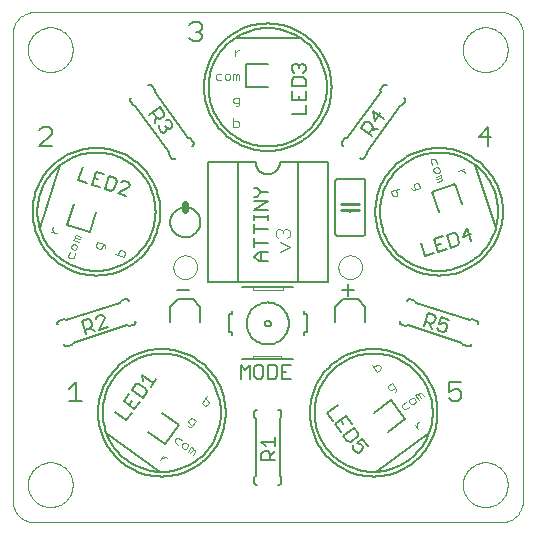
<source format=gto>
G75*
G70*
%OFA0B0*%
%FSLAX24Y24*%
%IPPOS*%
%LPD*%
%AMOC8*
5,1,8,0,0,1.08239X$1,22.5*
%
%ADD10C,0.0000*%
%ADD11C,0.0040*%
%ADD12C,0.0060*%
%ADD13C,0.0050*%
%ADD14C,0.0030*%
%ADD15C,0.0020*%
%ADD16C,0.0080*%
%ADD17C,0.0070*%
%ADD18C,0.0100*%
%ADD19C,0.0240*%
D10*
X000150Y000857D02*
X000150Y016443D01*
X000152Y016493D01*
X000157Y016544D01*
X000166Y016593D01*
X000179Y016642D01*
X000195Y016690D01*
X000214Y016737D01*
X000236Y016782D01*
X000262Y016825D01*
X000291Y016867D01*
X000323Y016906D01*
X000357Y016943D01*
X000394Y016977D01*
X000433Y017009D01*
X000475Y017038D01*
X000518Y017064D01*
X000563Y017086D01*
X000610Y017105D01*
X000658Y017121D01*
X000707Y017134D01*
X000756Y017143D01*
X000807Y017148D01*
X000857Y017150D01*
X016443Y017150D01*
X016493Y017148D01*
X016544Y017143D01*
X016593Y017134D01*
X016642Y017121D01*
X016690Y017105D01*
X016737Y017086D01*
X016782Y017064D01*
X016825Y017038D01*
X016867Y017009D01*
X016906Y016977D01*
X016943Y016943D01*
X016977Y016906D01*
X017009Y016867D01*
X017038Y016825D01*
X017064Y016782D01*
X017086Y016737D01*
X017105Y016690D01*
X017121Y016642D01*
X017134Y016593D01*
X017143Y016544D01*
X017148Y016493D01*
X017150Y016443D01*
X017150Y000857D01*
X017148Y000807D01*
X017143Y000756D01*
X017134Y000707D01*
X017121Y000658D01*
X017105Y000610D01*
X017086Y000563D01*
X017064Y000518D01*
X017038Y000475D01*
X017009Y000433D01*
X016977Y000394D01*
X016943Y000357D01*
X016906Y000323D01*
X016867Y000291D01*
X016825Y000262D01*
X016782Y000236D01*
X016737Y000214D01*
X016690Y000195D01*
X016642Y000179D01*
X016593Y000166D01*
X016544Y000157D01*
X016493Y000152D01*
X016443Y000150D01*
X000857Y000150D01*
X000807Y000152D01*
X000756Y000157D01*
X000707Y000166D01*
X000658Y000179D01*
X000610Y000195D01*
X000563Y000214D01*
X000518Y000236D01*
X000475Y000262D01*
X000433Y000291D01*
X000394Y000323D01*
X000357Y000357D01*
X000323Y000394D01*
X000291Y000433D01*
X000262Y000475D01*
X000236Y000518D01*
X000214Y000563D01*
X000195Y000610D01*
X000179Y000658D01*
X000166Y000707D01*
X000157Y000756D01*
X000152Y000807D01*
X000150Y000857D01*
X000652Y001400D02*
X000654Y001455D01*
X000660Y001509D01*
X000670Y001563D01*
X000684Y001615D01*
X000701Y001667D01*
X000723Y001717D01*
X000748Y001766D01*
X000776Y001813D01*
X000808Y001857D01*
X000843Y001899D01*
X000881Y001938D01*
X000922Y001975D01*
X000965Y002008D01*
X001010Y002038D01*
X001058Y002065D01*
X001107Y002088D01*
X001158Y002108D01*
X001211Y002124D01*
X001264Y002136D01*
X001318Y002144D01*
X001373Y002148D01*
X001427Y002148D01*
X001482Y002144D01*
X001536Y002136D01*
X001589Y002124D01*
X001642Y002108D01*
X001693Y002088D01*
X001742Y002065D01*
X001790Y002038D01*
X001835Y002008D01*
X001878Y001975D01*
X001919Y001938D01*
X001957Y001899D01*
X001992Y001857D01*
X002024Y001813D01*
X002052Y001766D01*
X002077Y001717D01*
X002099Y001667D01*
X002116Y001615D01*
X002130Y001563D01*
X002140Y001509D01*
X002146Y001455D01*
X002148Y001400D01*
X002146Y001345D01*
X002140Y001291D01*
X002130Y001237D01*
X002116Y001185D01*
X002099Y001133D01*
X002077Y001083D01*
X002052Y001034D01*
X002024Y000987D01*
X001992Y000943D01*
X001957Y000901D01*
X001919Y000862D01*
X001878Y000825D01*
X001835Y000792D01*
X001790Y000762D01*
X001742Y000735D01*
X001693Y000712D01*
X001642Y000692D01*
X001589Y000676D01*
X001536Y000664D01*
X001482Y000656D01*
X001427Y000652D01*
X001373Y000652D01*
X001318Y000656D01*
X001264Y000664D01*
X001211Y000676D01*
X001158Y000692D01*
X001107Y000712D01*
X001058Y000735D01*
X001010Y000762D01*
X000965Y000792D01*
X000922Y000825D01*
X000881Y000862D01*
X000843Y000901D01*
X000808Y000943D01*
X000776Y000987D01*
X000748Y001034D01*
X000723Y001083D01*
X000701Y001133D01*
X000684Y001185D01*
X000670Y001237D01*
X000660Y001291D01*
X000654Y001345D01*
X000652Y001400D01*
X005506Y008650D02*
X005508Y008689D01*
X005514Y008728D01*
X005524Y008766D01*
X005537Y008803D01*
X005554Y008838D01*
X005574Y008872D01*
X005598Y008903D01*
X005625Y008932D01*
X005654Y008958D01*
X005686Y008981D01*
X005720Y009001D01*
X005756Y009017D01*
X005793Y009029D01*
X005832Y009038D01*
X005871Y009043D01*
X005910Y009044D01*
X005949Y009041D01*
X005988Y009034D01*
X006025Y009023D01*
X006062Y009009D01*
X006097Y008991D01*
X006130Y008970D01*
X006161Y008945D01*
X006189Y008918D01*
X006214Y008888D01*
X006236Y008855D01*
X006255Y008821D01*
X006270Y008785D01*
X006282Y008747D01*
X006290Y008709D01*
X006294Y008670D01*
X006294Y008630D01*
X006290Y008591D01*
X006282Y008553D01*
X006270Y008515D01*
X006255Y008479D01*
X006236Y008445D01*
X006214Y008412D01*
X006189Y008382D01*
X006161Y008355D01*
X006130Y008330D01*
X006097Y008309D01*
X006062Y008291D01*
X006025Y008277D01*
X005988Y008266D01*
X005949Y008259D01*
X005910Y008256D01*
X005871Y008257D01*
X005832Y008262D01*
X005793Y008271D01*
X005756Y008283D01*
X005720Y008299D01*
X005686Y008319D01*
X005654Y008342D01*
X005625Y008368D01*
X005598Y008397D01*
X005574Y008428D01*
X005554Y008462D01*
X005537Y008497D01*
X005524Y008534D01*
X005514Y008572D01*
X005508Y008611D01*
X005506Y008650D01*
X011006Y008650D02*
X011008Y008689D01*
X011014Y008728D01*
X011024Y008766D01*
X011037Y008803D01*
X011054Y008838D01*
X011074Y008872D01*
X011098Y008903D01*
X011125Y008932D01*
X011154Y008958D01*
X011186Y008981D01*
X011220Y009001D01*
X011256Y009017D01*
X011293Y009029D01*
X011332Y009038D01*
X011371Y009043D01*
X011410Y009044D01*
X011449Y009041D01*
X011488Y009034D01*
X011525Y009023D01*
X011562Y009009D01*
X011597Y008991D01*
X011630Y008970D01*
X011661Y008945D01*
X011689Y008918D01*
X011714Y008888D01*
X011736Y008855D01*
X011755Y008821D01*
X011770Y008785D01*
X011782Y008747D01*
X011790Y008709D01*
X011794Y008670D01*
X011794Y008630D01*
X011790Y008591D01*
X011782Y008553D01*
X011770Y008515D01*
X011755Y008479D01*
X011736Y008445D01*
X011714Y008412D01*
X011689Y008382D01*
X011661Y008355D01*
X011630Y008330D01*
X011597Y008309D01*
X011562Y008291D01*
X011525Y008277D01*
X011488Y008266D01*
X011449Y008259D01*
X011410Y008256D01*
X011371Y008257D01*
X011332Y008262D01*
X011293Y008271D01*
X011256Y008283D01*
X011220Y008299D01*
X011186Y008319D01*
X011154Y008342D01*
X011125Y008368D01*
X011098Y008397D01*
X011074Y008428D01*
X011054Y008462D01*
X011037Y008497D01*
X011024Y008534D01*
X011014Y008572D01*
X011008Y008611D01*
X011006Y008650D01*
X015152Y015900D02*
X015154Y015955D01*
X015160Y016009D01*
X015170Y016063D01*
X015184Y016115D01*
X015201Y016167D01*
X015223Y016217D01*
X015248Y016266D01*
X015276Y016313D01*
X015308Y016357D01*
X015343Y016399D01*
X015381Y016438D01*
X015422Y016475D01*
X015465Y016508D01*
X015510Y016538D01*
X015558Y016565D01*
X015607Y016588D01*
X015658Y016608D01*
X015711Y016624D01*
X015764Y016636D01*
X015818Y016644D01*
X015873Y016648D01*
X015927Y016648D01*
X015982Y016644D01*
X016036Y016636D01*
X016089Y016624D01*
X016142Y016608D01*
X016193Y016588D01*
X016242Y016565D01*
X016290Y016538D01*
X016335Y016508D01*
X016378Y016475D01*
X016419Y016438D01*
X016457Y016399D01*
X016492Y016357D01*
X016524Y016313D01*
X016552Y016266D01*
X016577Y016217D01*
X016599Y016167D01*
X016616Y016115D01*
X016630Y016063D01*
X016640Y016009D01*
X016646Y015955D01*
X016648Y015900D01*
X016646Y015845D01*
X016640Y015791D01*
X016630Y015737D01*
X016616Y015685D01*
X016599Y015633D01*
X016577Y015583D01*
X016552Y015534D01*
X016524Y015487D01*
X016492Y015443D01*
X016457Y015401D01*
X016419Y015362D01*
X016378Y015325D01*
X016335Y015292D01*
X016290Y015262D01*
X016242Y015235D01*
X016193Y015212D01*
X016142Y015192D01*
X016089Y015176D01*
X016036Y015164D01*
X015982Y015156D01*
X015927Y015152D01*
X015873Y015152D01*
X015818Y015156D01*
X015764Y015164D01*
X015711Y015176D01*
X015658Y015192D01*
X015607Y015212D01*
X015558Y015235D01*
X015510Y015262D01*
X015465Y015292D01*
X015422Y015325D01*
X015381Y015362D01*
X015343Y015401D01*
X015308Y015443D01*
X015276Y015487D01*
X015248Y015534D01*
X015223Y015583D01*
X015201Y015633D01*
X015184Y015685D01*
X015170Y015737D01*
X015160Y015791D01*
X015154Y015845D01*
X015152Y015900D01*
X000652Y015900D02*
X000654Y015955D01*
X000660Y016009D01*
X000670Y016063D01*
X000684Y016115D01*
X000701Y016167D01*
X000723Y016217D01*
X000748Y016266D01*
X000776Y016313D01*
X000808Y016357D01*
X000843Y016399D01*
X000881Y016438D01*
X000922Y016475D01*
X000965Y016508D01*
X001010Y016538D01*
X001058Y016565D01*
X001107Y016588D01*
X001158Y016608D01*
X001211Y016624D01*
X001264Y016636D01*
X001318Y016644D01*
X001373Y016648D01*
X001427Y016648D01*
X001482Y016644D01*
X001536Y016636D01*
X001589Y016624D01*
X001642Y016608D01*
X001693Y016588D01*
X001742Y016565D01*
X001790Y016538D01*
X001835Y016508D01*
X001878Y016475D01*
X001919Y016438D01*
X001957Y016399D01*
X001992Y016357D01*
X002024Y016313D01*
X002052Y016266D01*
X002077Y016217D01*
X002099Y016167D01*
X002116Y016115D01*
X002130Y016063D01*
X002140Y016009D01*
X002146Y015955D01*
X002148Y015900D01*
X002146Y015845D01*
X002140Y015791D01*
X002130Y015737D01*
X002116Y015685D01*
X002099Y015633D01*
X002077Y015583D01*
X002052Y015534D01*
X002024Y015487D01*
X001992Y015443D01*
X001957Y015401D01*
X001919Y015362D01*
X001878Y015325D01*
X001835Y015292D01*
X001790Y015262D01*
X001742Y015235D01*
X001693Y015212D01*
X001642Y015192D01*
X001589Y015176D01*
X001536Y015164D01*
X001482Y015156D01*
X001427Y015152D01*
X001373Y015152D01*
X001318Y015156D01*
X001264Y015164D01*
X001211Y015176D01*
X001158Y015192D01*
X001107Y015212D01*
X001058Y015235D01*
X001010Y015262D01*
X000965Y015292D01*
X000922Y015325D01*
X000881Y015362D01*
X000843Y015401D01*
X000808Y015443D01*
X000776Y015487D01*
X000748Y015534D01*
X000723Y015583D01*
X000701Y015633D01*
X000684Y015685D01*
X000670Y015737D01*
X000660Y015791D01*
X000654Y015845D01*
X000652Y015900D01*
X015152Y001400D02*
X015154Y001455D01*
X015160Y001509D01*
X015170Y001563D01*
X015184Y001615D01*
X015201Y001667D01*
X015223Y001717D01*
X015248Y001766D01*
X015276Y001813D01*
X015308Y001857D01*
X015343Y001899D01*
X015381Y001938D01*
X015422Y001975D01*
X015465Y002008D01*
X015510Y002038D01*
X015558Y002065D01*
X015607Y002088D01*
X015658Y002108D01*
X015711Y002124D01*
X015764Y002136D01*
X015818Y002144D01*
X015873Y002148D01*
X015927Y002148D01*
X015982Y002144D01*
X016036Y002136D01*
X016089Y002124D01*
X016142Y002108D01*
X016193Y002088D01*
X016242Y002065D01*
X016290Y002038D01*
X016335Y002008D01*
X016378Y001975D01*
X016419Y001938D01*
X016457Y001899D01*
X016492Y001857D01*
X016524Y001813D01*
X016552Y001766D01*
X016577Y001717D01*
X016599Y001667D01*
X016616Y001615D01*
X016630Y001563D01*
X016640Y001509D01*
X016646Y001455D01*
X016648Y001400D01*
X016646Y001345D01*
X016640Y001291D01*
X016630Y001237D01*
X016616Y001185D01*
X016599Y001133D01*
X016577Y001083D01*
X016552Y001034D01*
X016524Y000987D01*
X016492Y000943D01*
X016457Y000901D01*
X016419Y000862D01*
X016378Y000825D01*
X016335Y000792D01*
X016290Y000762D01*
X016242Y000735D01*
X016193Y000712D01*
X016142Y000692D01*
X016089Y000676D01*
X016036Y000664D01*
X015982Y000656D01*
X015927Y000652D01*
X015873Y000652D01*
X015818Y000656D01*
X015764Y000664D01*
X015711Y000676D01*
X015658Y000692D01*
X015607Y000712D01*
X015558Y000735D01*
X015510Y000762D01*
X015465Y000792D01*
X015422Y000825D01*
X015381Y000862D01*
X015343Y000901D01*
X015308Y000943D01*
X015276Y000987D01*
X015248Y001034D01*
X015223Y001083D01*
X015201Y001133D01*
X015184Y001185D01*
X015170Y001237D01*
X015160Y001291D01*
X015154Y001345D01*
X015152Y001400D01*
D11*
X009380Y009323D02*
X009073Y009170D01*
X009073Y009477D02*
X009380Y009323D01*
X009303Y009630D02*
X009380Y009707D01*
X009380Y009861D01*
X009303Y009937D01*
X009227Y009937D01*
X009150Y009861D01*
X009073Y009937D01*
X008996Y009937D01*
X008920Y009861D01*
X008920Y009707D01*
X008996Y009630D01*
X009150Y009784D02*
X009150Y009861D01*
D12*
X009650Y008150D02*
X007650Y008150D01*
X006650Y008150D01*
X006650Y012150D01*
X007650Y012150D01*
X008250Y012150D01*
X008252Y012111D01*
X008258Y012072D01*
X008267Y012034D01*
X008280Y011997D01*
X008297Y011961D01*
X008317Y011928D01*
X008341Y011896D01*
X008367Y011867D01*
X008396Y011841D01*
X008428Y011817D01*
X008461Y011797D01*
X008497Y011780D01*
X008534Y011767D01*
X008572Y011758D01*
X008611Y011752D01*
X008650Y011750D01*
X008689Y011752D01*
X008728Y011758D01*
X008766Y011767D01*
X008803Y011780D01*
X008839Y011797D01*
X008872Y011817D01*
X008904Y011841D01*
X008933Y011867D01*
X008959Y011896D01*
X008983Y011928D01*
X009003Y011961D01*
X009020Y011997D01*
X009033Y012034D01*
X009042Y012072D01*
X009048Y012111D01*
X009050Y012150D01*
X009650Y012150D01*
X009650Y008150D01*
X010650Y008150D01*
X010650Y012150D01*
X009650Y012150D01*
X010900Y011500D02*
X010900Y009800D01*
X010902Y009783D01*
X010906Y009766D01*
X010913Y009750D01*
X010923Y009736D01*
X010936Y009723D01*
X010950Y009713D01*
X010966Y009706D01*
X010983Y009702D01*
X011000Y009700D01*
X011800Y009700D01*
X011817Y009702D01*
X011834Y009706D01*
X011850Y009713D01*
X011864Y009723D01*
X011877Y009736D01*
X011887Y009750D01*
X011894Y009766D01*
X011898Y009783D01*
X011900Y009800D01*
X011900Y011500D01*
X011898Y011517D01*
X011894Y011534D01*
X011887Y011550D01*
X011877Y011564D01*
X011864Y011577D01*
X011850Y011587D01*
X011834Y011594D01*
X011817Y011598D01*
X011800Y011600D01*
X011000Y011600D01*
X010983Y011598D01*
X010966Y011594D01*
X010950Y011587D01*
X010936Y011577D01*
X010923Y011564D01*
X010913Y011550D01*
X010906Y011534D01*
X010902Y011517D01*
X010900Y011500D01*
X011400Y010800D02*
X011400Y010750D01*
X011400Y010550D02*
X011400Y010500D01*
X011868Y012305D02*
X011956Y012426D01*
X011945Y012496D01*
X013062Y014033D01*
X013132Y014045D01*
X013220Y014166D01*
X013229Y014181D01*
X013235Y014197D01*
X013238Y014215D01*
X013239Y014232D01*
X013236Y014249D01*
X013230Y014266D01*
X013222Y014281D01*
X013211Y014294D01*
X013198Y014306D01*
X012632Y014717D02*
X012615Y014727D01*
X012596Y014733D01*
X012577Y014736D01*
X012557Y014735D01*
X012538Y014730D01*
X012521Y014721D01*
X012505Y014709D01*
X012492Y014695D01*
X012404Y014574D01*
X012415Y014504D01*
X011298Y012967D01*
X011228Y012955D01*
X011140Y012834D01*
X011131Y012819D01*
X011125Y012803D01*
X011122Y012785D01*
X011121Y012768D01*
X011124Y012751D01*
X011130Y012734D01*
X011138Y012719D01*
X011149Y012706D01*
X011162Y012694D01*
X011728Y012283D02*
X011743Y012274D01*
X011759Y012268D01*
X011777Y012265D01*
X011794Y012264D01*
X011811Y012267D01*
X011828Y012273D01*
X011843Y012281D01*
X011856Y012292D01*
X011868Y012305D01*
X015680Y013000D02*
X016107Y013000D01*
X016000Y012680D02*
X016000Y013321D01*
X015680Y013000D01*
X013548Y007537D02*
X013405Y007583D01*
X013386Y007587D01*
X013366Y007588D01*
X013347Y007584D01*
X013329Y007577D01*
X013312Y007567D01*
X013298Y007553D01*
X013287Y007537D01*
X013279Y007519D01*
X013548Y007537D02*
X013580Y007474D01*
X015387Y006887D01*
X015450Y006919D01*
X015593Y006873D01*
X015609Y006866D01*
X015624Y006857D01*
X015636Y006845D01*
X015647Y006831D01*
X015655Y006815D01*
X015660Y006799D01*
X015662Y006781D01*
X015661Y006764D01*
X015657Y006747D01*
X015441Y006081D02*
X015434Y006065D01*
X015425Y006050D01*
X015413Y006038D01*
X015399Y006027D01*
X015383Y006019D01*
X015367Y006014D01*
X015349Y006012D01*
X015332Y006013D01*
X015315Y006017D01*
X015172Y006063D01*
X015140Y006126D01*
X013333Y006713D01*
X013270Y006681D01*
X013127Y006727D01*
X013111Y006734D01*
X013096Y006743D01*
X013084Y006755D01*
X013073Y006769D01*
X013065Y006785D01*
X013060Y006801D01*
X013058Y006819D01*
X013059Y006836D01*
X013063Y006853D01*
X014680Y004821D02*
X014680Y004500D01*
X014894Y004607D01*
X015000Y004607D01*
X015107Y004500D01*
X015107Y004287D01*
X015000Y004180D01*
X014787Y004180D01*
X014680Y004287D01*
X014680Y004821D02*
X015107Y004821D01*
X009950Y006475D02*
X009950Y007075D01*
X009850Y007075D01*
X009850Y007175D01*
X009850Y006475D02*
X009850Y006375D01*
X009850Y006475D02*
X009950Y006475D01*
X009500Y005575D02*
X009100Y005575D01*
X008150Y005575D01*
X007800Y005575D01*
X007450Y006375D02*
X007450Y006475D01*
X007350Y006475D01*
X007350Y007075D01*
X007450Y007075D01*
X007450Y007175D01*
X007800Y007975D02*
X008150Y007975D01*
X009150Y007975D01*
X009500Y007975D01*
X008550Y006775D02*
X008552Y006795D01*
X008558Y006813D01*
X008567Y006831D01*
X008579Y006846D01*
X008594Y006858D01*
X008612Y006867D01*
X008630Y006873D01*
X008650Y006875D01*
X008670Y006873D01*
X008688Y006867D01*
X008706Y006858D01*
X008721Y006846D01*
X008733Y006831D01*
X008742Y006813D01*
X008748Y006795D01*
X008750Y006775D01*
X008748Y006755D01*
X008742Y006737D01*
X008733Y006719D01*
X008721Y006704D01*
X008706Y006692D01*
X008688Y006683D01*
X008670Y006677D01*
X008650Y006675D01*
X008630Y006677D01*
X008612Y006683D01*
X008594Y006692D01*
X008579Y006704D01*
X008567Y006719D01*
X008558Y006737D01*
X008552Y006755D01*
X008550Y006775D01*
X007950Y006775D02*
X007952Y006827D01*
X007958Y006879D01*
X007968Y006931D01*
X007981Y006981D01*
X007998Y007031D01*
X008019Y007079D01*
X008044Y007125D01*
X008072Y007169D01*
X008103Y007211D01*
X008137Y007251D01*
X008174Y007288D01*
X008214Y007322D01*
X008256Y007353D01*
X008300Y007381D01*
X008346Y007406D01*
X008394Y007427D01*
X008444Y007444D01*
X008494Y007457D01*
X008546Y007467D01*
X008598Y007473D01*
X008650Y007475D01*
X008702Y007473D01*
X008754Y007467D01*
X008806Y007457D01*
X008856Y007444D01*
X008906Y007427D01*
X008954Y007406D01*
X009000Y007381D01*
X009044Y007353D01*
X009086Y007322D01*
X009126Y007288D01*
X009163Y007251D01*
X009197Y007211D01*
X009228Y007169D01*
X009256Y007125D01*
X009281Y007079D01*
X009302Y007031D01*
X009319Y006981D01*
X009332Y006931D01*
X009342Y006879D01*
X009348Y006827D01*
X009350Y006775D01*
X009348Y006723D01*
X009342Y006671D01*
X009332Y006619D01*
X009319Y006569D01*
X009302Y006519D01*
X009281Y006471D01*
X009256Y006425D01*
X009228Y006381D01*
X009197Y006339D01*
X009163Y006299D01*
X009126Y006262D01*
X009086Y006228D01*
X009044Y006197D01*
X009000Y006169D01*
X008954Y006144D01*
X008906Y006123D01*
X008856Y006106D01*
X008806Y006093D01*
X008754Y006083D01*
X008702Y006077D01*
X008650Y006075D01*
X008598Y006077D01*
X008546Y006083D01*
X008494Y006093D01*
X008444Y006106D01*
X008394Y006123D01*
X008346Y006144D01*
X008300Y006169D01*
X008256Y006197D01*
X008214Y006228D01*
X008174Y006262D01*
X008137Y006299D01*
X008103Y006339D01*
X008072Y006381D01*
X008044Y006425D01*
X008019Y006471D01*
X007998Y006519D01*
X007981Y006569D01*
X007968Y006619D01*
X007958Y006671D01*
X007952Y006723D01*
X007950Y006775D01*
X007650Y008150D02*
X007650Y012150D01*
X006160Y012834D02*
X006072Y012955D01*
X006002Y012967D01*
X004885Y014504D01*
X004896Y014574D01*
X004808Y014695D01*
X004796Y014708D01*
X004783Y014719D01*
X004768Y014727D01*
X004751Y014733D01*
X004734Y014736D01*
X004717Y014735D01*
X004699Y014732D01*
X004683Y014726D01*
X004668Y014717D01*
X004102Y014306D02*
X004089Y014294D01*
X004078Y014281D01*
X004070Y014266D01*
X004064Y014249D01*
X004061Y014232D01*
X004062Y014215D01*
X004065Y014197D01*
X004071Y014181D01*
X004080Y014166D01*
X004168Y014045D01*
X004238Y014033D01*
X005355Y012496D01*
X005344Y012426D01*
X005432Y012305D01*
X005444Y012292D01*
X005457Y012281D01*
X005472Y012273D01*
X005489Y012267D01*
X005506Y012264D01*
X005523Y012265D01*
X005541Y012268D01*
X005557Y012274D01*
X005572Y012283D01*
X006138Y012694D02*
X006151Y012706D01*
X006162Y012719D01*
X006170Y012734D01*
X006176Y012751D01*
X006179Y012768D01*
X006178Y012785D01*
X006175Y012803D01*
X006169Y012819D01*
X006160Y012834D01*
X005400Y010150D02*
X005402Y010194D01*
X005408Y010238D01*
X005418Y010281D01*
X005431Y010323D01*
X005448Y010364D01*
X005469Y010403D01*
X005493Y010440D01*
X005520Y010475D01*
X005550Y010507D01*
X005583Y010537D01*
X005619Y010563D01*
X005656Y010587D01*
X005696Y010606D01*
X005737Y010623D01*
X005780Y010635D01*
X005823Y010644D01*
X005867Y010649D01*
X005911Y010650D01*
X005955Y010647D01*
X005999Y010640D01*
X006042Y010629D01*
X006084Y010615D01*
X006124Y010597D01*
X006163Y010575D01*
X006199Y010551D01*
X006233Y010523D01*
X006265Y010492D01*
X006294Y010458D01*
X006320Y010422D01*
X006342Y010384D01*
X006361Y010344D01*
X006376Y010302D01*
X006388Y010260D01*
X006396Y010216D01*
X006400Y010172D01*
X006400Y010128D01*
X006396Y010084D01*
X006388Y010040D01*
X006376Y009998D01*
X006361Y009956D01*
X006342Y009916D01*
X006320Y009878D01*
X006294Y009842D01*
X006265Y009808D01*
X006233Y009777D01*
X006199Y009749D01*
X006163Y009725D01*
X006124Y009703D01*
X006084Y009685D01*
X006042Y009671D01*
X005999Y009660D01*
X005955Y009653D01*
X005911Y009650D01*
X005867Y009651D01*
X005823Y009656D01*
X005780Y009665D01*
X005737Y009677D01*
X005696Y009694D01*
X005656Y009713D01*
X005619Y009737D01*
X005583Y009763D01*
X005550Y009793D01*
X005520Y009825D01*
X005493Y009860D01*
X005469Y009897D01*
X005448Y009936D01*
X005431Y009977D01*
X005418Y010019D01*
X005408Y010062D01*
X005402Y010106D01*
X005400Y010150D01*
X003895Y007583D02*
X003752Y007537D01*
X003720Y007474D01*
X001913Y006887D01*
X001850Y006919D01*
X001707Y006873D01*
X001691Y006866D01*
X001676Y006857D01*
X001664Y006845D01*
X001653Y006831D01*
X001645Y006815D01*
X001640Y006799D01*
X001638Y006781D01*
X001639Y006764D01*
X001643Y006747D01*
X001859Y006081D02*
X001867Y006063D01*
X001878Y006047D01*
X001892Y006033D01*
X001909Y006023D01*
X001927Y006016D01*
X001946Y006012D01*
X001966Y006013D01*
X001985Y006017D01*
X002128Y006063D01*
X002160Y006126D01*
X003967Y006713D01*
X004030Y006681D01*
X004173Y006727D01*
X004189Y006734D01*
X004204Y006743D01*
X004216Y006755D01*
X004227Y006769D01*
X004235Y006785D01*
X004240Y006801D01*
X004242Y006819D01*
X004241Y006836D01*
X004237Y006853D01*
X004021Y007519D02*
X004014Y007535D01*
X004005Y007550D01*
X003993Y007562D01*
X003979Y007573D01*
X003963Y007581D01*
X003947Y007586D01*
X003929Y007588D01*
X003912Y007587D01*
X003895Y007583D01*
X002249Y004821D02*
X002249Y004180D01*
X002462Y004180D02*
X002035Y004180D01*
X002035Y004607D02*
X002249Y004821D01*
X008200Y003800D02*
X008200Y003650D01*
X008250Y003600D01*
X008250Y001700D01*
X008200Y001650D01*
X008200Y001500D01*
X008202Y001483D01*
X008206Y001466D01*
X008213Y001450D01*
X008223Y001436D01*
X008236Y001423D01*
X008250Y001413D01*
X008266Y001406D01*
X008283Y001402D01*
X008300Y001400D01*
X009000Y001400D02*
X009017Y001402D01*
X009034Y001406D01*
X009050Y001413D01*
X009064Y001423D01*
X009077Y001436D01*
X009087Y001450D01*
X009094Y001466D01*
X009098Y001483D01*
X009100Y001500D01*
X009100Y001650D01*
X009050Y001700D01*
X009050Y003600D01*
X009100Y003650D01*
X009100Y003800D01*
X009098Y003817D01*
X009094Y003834D01*
X009087Y003850D01*
X009077Y003864D01*
X009064Y003877D01*
X009050Y003887D01*
X009034Y003894D01*
X009017Y003898D01*
X009000Y003900D01*
X008300Y003900D02*
X008283Y003898D01*
X008266Y003894D01*
X008250Y003887D01*
X008236Y003877D01*
X008223Y003864D01*
X008213Y003850D01*
X008206Y003834D01*
X008202Y003817D01*
X008200Y003800D01*
X001462Y012680D02*
X001035Y012680D01*
X001462Y013107D01*
X001462Y013214D01*
X001356Y013321D01*
X001142Y013321D01*
X001035Y013214D01*
X006035Y016287D02*
X006142Y016180D01*
X006356Y016180D01*
X006462Y016287D01*
X006462Y016394D01*
X006356Y016500D01*
X006249Y016500D01*
X006356Y016500D02*
X006462Y016607D01*
X006462Y016714D01*
X006356Y016821D01*
X006142Y016821D01*
X006035Y016714D01*
D13*
X007548Y016278D02*
X009752Y016278D01*
X009762Y015436D02*
X009837Y015436D01*
X009912Y015361D01*
X009912Y015210D01*
X009837Y015135D01*
X009837Y014975D02*
X009537Y014975D01*
X009462Y014900D01*
X009462Y014675D01*
X009912Y014675D01*
X009912Y014900D01*
X009837Y014975D01*
X009537Y015135D02*
X009462Y015210D01*
X009462Y015361D01*
X009537Y015436D01*
X009612Y015436D01*
X009687Y015361D01*
X009762Y015436D01*
X009687Y015361D02*
X009687Y015286D01*
X009462Y014515D02*
X009462Y014215D01*
X009912Y014215D01*
X009912Y014515D01*
X009687Y014365D02*
X009687Y014215D01*
X009912Y014054D02*
X009912Y013754D01*
X009462Y013754D01*
X006524Y014650D02*
X006527Y014754D01*
X006534Y014858D01*
X006547Y014962D01*
X006565Y015065D01*
X006588Y015167D01*
X006616Y015267D01*
X006648Y015366D01*
X006686Y015464D01*
X006728Y015559D01*
X006775Y015652D01*
X006826Y015743D01*
X006882Y015831D01*
X006942Y015916D01*
X007007Y015999D01*
X007075Y016078D01*
X007147Y016153D01*
X007222Y016225D01*
X007301Y016293D01*
X007384Y016358D01*
X007469Y016418D01*
X007557Y016474D01*
X007648Y016525D01*
X007741Y016572D01*
X007836Y016614D01*
X007934Y016652D01*
X008033Y016684D01*
X008133Y016712D01*
X008235Y016735D01*
X008338Y016753D01*
X008442Y016766D01*
X008546Y016773D01*
X008650Y016776D01*
X008754Y016773D01*
X008858Y016766D01*
X008962Y016753D01*
X009065Y016735D01*
X009167Y016712D01*
X009267Y016684D01*
X009366Y016652D01*
X009464Y016614D01*
X009559Y016572D01*
X009652Y016525D01*
X009743Y016474D01*
X009831Y016418D01*
X009916Y016358D01*
X009999Y016293D01*
X010078Y016225D01*
X010153Y016153D01*
X010225Y016078D01*
X010293Y015999D01*
X010358Y015916D01*
X010418Y015831D01*
X010474Y015743D01*
X010525Y015652D01*
X010572Y015559D01*
X010614Y015464D01*
X010652Y015366D01*
X010684Y015267D01*
X010712Y015167D01*
X010735Y015065D01*
X010753Y014962D01*
X010766Y014858D01*
X010773Y014754D01*
X010776Y014650D01*
X010773Y014546D01*
X010766Y014442D01*
X010753Y014338D01*
X010735Y014235D01*
X010712Y014133D01*
X010684Y014033D01*
X010652Y013934D01*
X010614Y013836D01*
X010572Y013741D01*
X010525Y013648D01*
X010474Y013557D01*
X010418Y013469D01*
X010358Y013384D01*
X010293Y013301D01*
X010225Y013222D01*
X010153Y013147D01*
X010078Y013075D01*
X009999Y013007D01*
X009916Y012942D01*
X009831Y012882D01*
X009743Y012826D01*
X009652Y012775D01*
X009559Y012728D01*
X009464Y012686D01*
X009366Y012648D01*
X009267Y012616D01*
X009167Y012588D01*
X009065Y012565D01*
X008962Y012547D01*
X008858Y012534D01*
X008754Y012527D01*
X008650Y012524D01*
X008546Y012527D01*
X008442Y012534D01*
X008338Y012547D01*
X008235Y012565D01*
X008133Y012588D01*
X008033Y012616D01*
X007934Y012648D01*
X007836Y012686D01*
X007741Y012728D01*
X007648Y012775D01*
X007557Y012826D01*
X007469Y012882D01*
X007384Y012942D01*
X007301Y013007D01*
X007222Y013075D01*
X007147Y013147D01*
X007075Y013222D01*
X007007Y013301D01*
X006942Y013384D01*
X006882Y013469D01*
X006826Y013557D01*
X006775Y013648D01*
X006728Y013741D01*
X006686Y013836D01*
X006648Y013934D01*
X006616Y014033D01*
X006588Y014133D01*
X006565Y014235D01*
X006547Y014338D01*
X006534Y014442D01*
X006527Y014546D01*
X006524Y014650D01*
X005379Y013544D02*
X005467Y013423D01*
X005451Y013318D01*
X005390Y013274D01*
X005285Y013290D01*
X005268Y013186D01*
X005208Y013141D01*
X005103Y013158D01*
X005015Y013279D01*
X005031Y013384D01*
X004876Y013470D02*
X004910Y013679D01*
X004954Y013619D02*
X004821Y013801D01*
X004700Y013713D02*
X005064Y013977D01*
X005197Y013795D01*
X005180Y013690D01*
X005059Y013602D01*
X004954Y013619D01*
X005274Y013561D02*
X005379Y013544D01*
X005241Y013351D02*
X005285Y013290D01*
X004006Y011481D02*
X003863Y011528D01*
X003769Y011480D01*
X003616Y011529D02*
X003568Y011624D01*
X003354Y011693D01*
X003215Y011265D01*
X003429Y011195D01*
X003524Y011244D01*
X003616Y011529D01*
X003653Y011123D02*
X004031Y011315D01*
X004054Y011387D01*
X004006Y011481D01*
X003938Y011030D02*
X003653Y011123D01*
X003202Y011743D02*
X002916Y011836D01*
X002777Y011407D01*
X003063Y011314D01*
X002989Y011575D02*
X002847Y011621D01*
X002625Y011457D02*
X002339Y011549D01*
X002478Y011978D01*
X001732Y012051D02*
X001051Y009955D01*
X001972Y010069D02*
X002191Y010743D01*
X001972Y010069D02*
X002721Y009826D01*
X002940Y010500D01*
X000814Y010500D02*
X000817Y010604D01*
X000824Y010708D01*
X000837Y010812D01*
X000855Y010915D01*
X000878Y011017D01*
X000906Y011117D01*
X000938Y011216D01*
X000976Y011314D01*
X001018Y011409D01*
X001065Y011502D01*
X001116Y011593D01*
X001172Y011681D01*
X001232Y011766D01*
X001297Y011849D01*
X001365Y011928D01*
X001437Y012003D01*
X001512Y012075D01*
X001591Y012143D01*
X001674Y012208D01*
X001759Y012268D01*
X001847Y012324D01*
X001938Y012375D01*
X002031Y012422D01*
X002126Y012464D01*
X002224Y012502D01*
X002323Y012534D01*
X002423Y012562D01*
X002525Y012585D01*
X002628Y012603D01*
X002732Y012616D01*
X002836Y012623D01*
X002940Y012626D01*
X003044Y012623D01*
X003148Y012616D01*
X003252Y012603D01*
X003355Y012585D01*
X003457Y012562D01*
X003557Y012534D01*
X003656Y012502D01*
X003754Y012464D01*
X003849Y012422D01*
X003942Y012375D01*
X004033Y012324D01*
X004121Y012268D01*
X004206Y012208D01*
X004289Y012143D01*
X004368Y012075D01*
X004443Y012003D01*
X004515Y011928D01*
X004583Y011849D01*
X004648Y011766D01*
X004708Y011681D01*
X004764Y011593D01*
X004815Y011502D01*
X004862Y011409D01*
X004904Y011314D01*
X004942Y011216D01*
X004974Y011117D01*
X005002Y011017D01*
X005025Y010915D01*
X005043Y010812D01*
X005056Y010708D01*
X005063Y010604D01*
X005066Y010500D01*
X005063Y010396D01*
X005056Y010292D01*
X005043Y010188D01*
X005025Y010085D01*
X005002Y009983D01*
X004974Y009883D01*
X004942Y009784D01*
X004904Y009686D01*
X004862Y009591D01*
X004815Y009498D01*
X004764Y009407D01*
X004708Y009319D01*
X004648Y009234D01*
X004583Y009151D01*
X004515Y009072D01*
X004443Y008997D01*
X004368Y008925D01*
X004289Y008857D01*
X004206Y008792D01*
X004121Y008732D01*
X004033Y008676D01*
X003942Y008625D01*
X003849Y008578D01*
X003754Y008536D01*
X003656Y008498D01*
X003557Y008466D01*
X003457Y008438D01*
X003355Y008415D01*
X003252Y008397D01*
X003148Y008384D01*
X003044Y008377D01*
X002940Y008374D01*
X002836Y008377D01*
X002732Y008384D01*
X002628Y008397D01*
X002525Y008415D01*
X002423Y008438D01*
X002323Y008466D01*
X002224Y008498D01*
X002126Y008536D01*
X002031Y008578D01*
X001938Y008625D01*
X001847Y008676D01*
X001759Y008732D01*
X001674Y008792D01*
X001591Y008857D01*
X001512Y008925D01*
X001437Y008997D01*
X001365Y009072D01*
X001297Y009151D01*
X001232Y009234D01*
X001172Y009319D01*
X001116Y009407D01*
X001065Y009498D01*
X001018Y009591D01*
X000976Y009686D01*
X000938Y009784D01*
X000906Y009883D01*
X000878Y009983D01*
X000855Y010085D01*
X000837Y010188D01*
X000824Y010292D01*
X000817Y010396D01*
X000814Y010500D01*
X000971Y010500D02*
X000973Y010597D01*
X000980Y010693D01*
X000992Y010789D01*
X001009Y010884D01*
X001030Y010978D01*
X001056Y011072D01*
X001086Y011163D01*
X001121Y011254D01*
X001160Y011342D01*
X001203Y011428D01*
X001251Y011512D01*
X001303Y011594D01*
X001358Y011673D01*
X001418Y011749D01*
X001481Y011822D01*
X001548Y011892D01*
X001618Y011959D01*
X001691Y012022D01*
X001767Y012082D01*
X001846Y012137D01*
X001928Y012189D01*
X002012Y012237D01*
X002098Y012280D01*
X002186Y012319D01*
X002277Y012354D01*
X002368Y012384D01*
X002462Y012410D01*
X002556Y012431D01*
X002651Y012448D01*
X002747Y012460D01*
X002843Y012467D01*
X002940Y012469D01*
X003037Y012467D01*
X003133Y012460D01*
X003229Y012448D01*
X003324Y012431D01*
X003418Y012410D01*
X003512Y012384D01*
X003603Y012354D01*
X003694Y012319D01*
X003782Y012280D01*
X003868Y012237D01*
X003952Y012189D01*
X004034Y012137D01*
X004113Y012082D01*
X004189Y012022D01*
X004262Y011959D01*
X004332Y011892D01*
X004399Y011822D01*
X004462Y011749D01*
X004522Y011673D01*
X004577Y011594D01*
X004629Y011512D01*
X004677Y011428D01*
X004720Y011342D01*
X004759Y011254D01*
X004794Y011163D01*
X004824Y011072D01*
X004850Y010978D01*
X004871Y010884D01*
X004888Y010789D01*
X004900Y010693D01*
X004907Y010597D01*
X004909Y010500D01*
X004907Y010403D01*
X004900Y010307D01*
X004888Y010211D01*
X004871Y010116D01*
X004850Y010022D01*
X004824Y009928D01*
X004794Y009837D01*
X004759Y009746D01*
X004720Y009658D01*
X004677Y009572D01*
X004629Y009488D01*
X004577Y009406D01*
X004522Y009327D01*
X004462Y009251D01*
X004399Y009178D01*
X004332Y009108D01*
X004262Y009041D01*
X004189Y008978D01*
X004113Y008918D01*
X004034Y008863D01*
X003952Y008811D01*
X003868Y008763D01*
X003782Y008720D01*
X003694Y008681D01*
X003603Y008646D01*
X003512Y008616D01*
X003418Y008590D01*
X003324Y008569D01*
X003229Y008552D01*
X003133Y008540D01*
X003037Y008533D01*
X002940Y008531D01*
X002843Y008533D01*
X002747Y008540D01*
X002651Y008552D01*
X002556Y008569D01*
X002462Y008590D01*
X002368Y008616D01*
X002277Y008646D01*
X002186Y008681D01*
X002098Y008720D01*
X002012Y008763D01*
X001928Y008811D01*
X001846Y008863D01*
X001767Y008918D01*
X001691Y008978D01*
X001618Y009041D01*
X001548Y009108D01*
X001481Y009178D01*
X001418Y009251D01*
X001358Y009327D01*
X001303Y009406D01*
X001251Y009488D01*
X001203Y009572D01*
X001160Y009658D01*
X001121Y009746D01*
X001086Y009837D01*
X001056Y009928D01*
X001030Y010022D01*
X001009Y010116D01*
X000992Y010211D01*
X000980Y010307D01*
X000973Y010403D01*
X000971Y010500D01*
X002452Y006853D02*
X002666Y006923D01*
X002761Y006875D01*
X002807Y006732D01*
X002759Y006637D01*
X002545Y006568D01*
X002688Y006614D02*
X002877Y006518D01*
X003029Y006567D02*
X003222Y006946D01*
X003199Y007017D01*
X003104Y007065D01*
X002962Y007019D01*
X002913Y006924D01*
X002452Y006853D02*
X002591Y006425D01*
X003029Y006567D02*
X003315Y006660D01*
X004472Y005056D02*
X004836Y004792D01*
X004748Y004670D02*
X004925Y004913D01*
X004505Y004847D02*
X004472Y005056D01*
X004350Y004761D02*
X004245Y004745D01*
X004113Y004562D01*
X004477Y004298D01*
X004610Y004480D01*
X004593Y004585D01*
X004350Y004761D01*
X004019Y004433D02*
X003842Y004190D01*
X004207Y003925D01*
X004383Y004168D01*
X004113Y004179D02*
X004025Y004058D01*
X004113Y003796D02*
X003936Y003553D01*
X003572Y003818D01*
X003271Y003131D02*
X005055Y001835D01*
X005230Y002746D02*
X004657Y003163D01*
X002994Y003800D02*
X002997Y003904D01*
X003004Y004008D01*
X003017Y004112D01*
X003035Y004215D01*
X003058Y004317D01*
X003086Y004417D01*
X003118Y004516D01*
X003156Y004614D01*
X003198Y004709D01*
X003245Y004802D01*
X003296Y004893D01*
X003352Y004981D01*
X003412Y005066D01*
X003477Y005149D01*
X003545Y005228D01*
X003617Y005303D01*
X003692Y005375D01*
X003771Y005443D01*
X003854Y005508D01*
X003939Y005568D01*
X004027Y005624D01*
X004118Y005675D01*
X004211Y005722D01*
X004306Y005764D01*
X004404Y005802D01*
X004503Y005834D01*
X004603Y005862D01*
X004705Y005885D01*
X004808Y005903D01*
X004912Y005916D01*
X005016Y005923D01*
X005120Y005926D01*
X005224Y005923D01*
X005328Y005916D01*
X005432Y005903D01*
X005535Y005885D01*
X005637Y005862D01*
X005737Y005834D01*
X005836Y005802D01*
X005934Y005764D01*
X006029Y005722D01*
X006122Y005675D01*
X006213Y005624D01*
X006301Y005568D01*
X006386Y005508D01*
X006469Y005443D01*
X006548Y005375D01*
X006623Y005303D01*
X006695Y005228D01*
X006763Y005149D01*
X006828Y005066D01*
X006888Y004981D01*
X006944Y004893D01*
X006995Y004802D01*
X007042Y004709D01*
X007084Y004614D01*
X007122Y004516D01*
X007154Y004417D01*
X007182Y004317D01*
X007205Y004215D01*
X007223Y004112D01*
X007236Y004008D01*
X007243Y003904D01*
X007246Y003800D01*
X007243Y003696D01*
X007236Y003592D01*
X007223Y003488D01*
X007205Y003385D01*
X007182Y003283D01*
X007154Y003183D01*
X007122Y003084D01*
X007084Y002986D01*
X007042Y002891D01*
X006995Y002798D01*
X006944Y002707D01*
X006888Y002619D01*
X006828Y002534D01*
X006763Y002451D01*
X006695Y002372D01*
X006623Y002297D01*
X006548Y002225D01*
X006469Y002157D01*
X006386Y002092D01*
X006301Y002032D01*
X006213Y001976D01*
X006122Y001925D01*
X006029Y001878D01*
X005934Y001836D01*
X005836Y001798D01*
X005737Y001766D01*
X005637Y001738D01*
X005535Y001715D01*
X005432Y001697D01*
X005328Y001684D01*
X005224Y001677D01*
X005120Y001674D01*
X005016Y001677D01*
X004912Y001684D01*
X004808Y001697D01*
X004705Y001715D01*
X004603Y001738D01*
X004503Y001766D01*
X004404Y001798D01*
X004306Y001836D01*
X004211Y001878D01*
X004118Y001925D01*
X004027Y001976D01*
X003939Y002032D01*
X003854Y002092D01*
X003771Y002157D01*
X003692Y002225D01*
X003617Y002297D01*
X003545Y002372D01*
X003477Y002451D01*
X003412Y002534D01*
X003352Y002619D01*
X003296Y002707D01*
X003245Y002798D01*
X003198Y002891D01*
X003156Y002986D01*
X003118Y003084D01*
X003086Y003183D01*
X003058Y003283D01*
X003035Y003385D01*
X003017Y003488D01*
X003004Y003592D01*
X002997Y003696D01*
X002994Y003800D01*
X003151Y003800D02*
X003153Y003897D01*
X003160Y003993D01*
X003172Y004089D01*
X003189Y004184D01*
X003210Y004278D01*
X003236Y004372D01*
X003266Y004463D01*
X003301Y004554D01*
X003340Y004642D01*
X003383Y004728D01*
X003431Y004812D01*
X003483Y004894D01*
X003538Y004973D01*
X003598Y005049D01*
X003661Y005122D01*
X003728Y005192D01*
X003798Y005259D01*
X003871Y005322D01*
X003947Y005382D01*
X004026Y005437D01*
X004108Y005489D01*
X004192Y005537D01*
X004278Y005580D01*
X004366Y005619D01*
X004457Y005654D01*
X004548Y005684D01*
X004642Y005710D01*
X004736Y005731D01*
X004831Y005748D01*
X004927Y005760D01*
X005023Y005767D01*
X005120Y005769D01*
X005217Y005767D01*
X005313Y005760D01*
X005409Y005748D01*
X005504Y005731D01*
X005598Y005710D01*
X005692Y005684D01*
X005783Y005654D01*
X005874Y005619D01*
X005962Y005580D01*
X006048Y005537D01*
X006132Y005489D01*
X006214Y005437D01*
X006293Y005382D01*
X006369Y005322D01*
X006442Y005259D01*
X006512Y005192D01*
X006579Y005122D01*
X006642Y005049D01*
X006702Y004973D01*
X006757Y004894D01*
X006809Y004812D01*
X006857Y004728D01*
X006900Y004642D01*
X006939Y004554D01*
X006974Y004463D01*
X007004Y004372D01*
X007030Y004278D01*
X007051Y004184D01*
X007068Y004089D01*
X007080Y003993D01*
X007087Y003897D01*
X007089Y003800D01*
X007087Y003703D01*
X007080Y003607D01*
X007068Y003511D01*
X007051Y003416D01*
X007030Y003322D01*
X007004Y003228D01*
X006974Y003137D01*
X006939Y003046D01*
X006900Y002958D01*
X006857Y002872D01*
X006809Y002788D01*
X006757Y002706D01*
X006702Y002627D01*
X006642Y002551D01*
X006579Y002478D01*
X006512Y002408D01*
X006442Y002341D01*
X006369Y002278D01*
X006293Y002218D01*
X006214Y002163D01*
X006132Y002111D01*
X006048Y002063D01*
X005962Y002020D01*
X005874Y001981D01*
X005783Y001946D01*
X005692Y001916D01*
X005598Y001890D01*
X005504Y001869D01*
X005409Y001852D01*
X005313Y001840D01*
X005217Y001833D01*
X005120Y001831D01*
X005023Y001833D01*
X004927Y001840D01*
X004831Y001852D01*
X004736Y001869D01*
X004642Y001890D01*
X004548Y001916D01*
X004457Y001946D01*
X004366Y001981D01*
X004278Y002020D01*
X004192Y002063D01*
X004108Y002111D01*
X004026Y002163D01*
X003947Y002218D01*
X003871Y002278D01*
X003798Y002341D01*
X003728Y002408D01*
X003661Y002478D01*
X003598Y002551D01*
X003538Y002627D01*
X003483Y002706D01*
X003431Y002788D01*
X003383Y002872D01*
X003340Y002958D01*
X003301Y003046D01*
X003266Y003137D01*
X003236Y003228D01*
X003210Y003322D01*
X003189Y003416D01*
X003172Y003511D01*
X003160Y003607D01*
X003153Y003703D01*
X003151Y003800D01*
X005120Y003800D02*
X005693Y003383D01*
X005230Y002746D01*
X007742Y004938D02*
X007742Y005388D01*
X007892Y005238D01*
X008042Y005388D01*
X008042Y004938D01*
X008202Y005013D02*
X008277Y004938D01*
X008427Y004938D01*
X008502Y005013D01*
X008502Y005313D01*
X008427Y005388D01*
X008277Y005388D01*
X008202Y005313D01*
X008202Y005013D01*
X008662Y004938D02*
X008662Y005388D01*
X008888Y005388D01*
X008963Y005313D01*
X008963Y005013D01*
X008888Y004938D01*
X008662Y004938D01*
X009123Y004938D02*
X009423Y004938D01*
X009273Y005163D02*
X009123Y005163D01*
X009123Y005388D02*
X009123Y004938D01*
X009123Y005388D02*
X009423Y005388D01*
X010632Y003783D02*
X010997Y004047D01*
X010632Y003783D02*
X010809Y003540D01*
X010903Y003410D02*
X011079Y003167D01*
X011173Y003038D02*
X011306Y002856D01*
X011411Y002839D01*
X011654Y003015D01*
X011670Y003120D01*
X011538Y003302D01*
X011173Y003038D01*
X011173Y003421D02*
X011085Y003543D01*
X011267Y003675D02*
X010903Y003410D01*
X011267Y003675D02*
X011444Y003432D01*
X011808Y002930D02*
X011626Y002798D01*
X011775Y002720D01*
X011819Y002660D01*
X011803Y002555D01*
X011681Y002466D01*
X011576Y002483D01*
X011488Y002605D01*
X011505Y002709D01*
X011808Y002930D02*
X011985Y002687D01*
X012643Y003163D02*
X013216Y003580D01*
X012753Y004217D01*
X012180Y003800D01*
X010054Y003800D02*
X010057Y003904D01*
X010064Y004008D01*
X010077Y004112D01*
X010095Y004215D01*
X010118Y004317D01*
X010146Y004417D01*
X010178Y004516D01*
X010216Y004614D01*
X010258Y004709D01*
X010305Y004802D01*
X010356Y004893D01*
X010412Y004981D01*
X010472Y005066D01*
X010537Y005149D01*
X010605Y005228D01*
X010677Y005303D01*
X010752Y005375D01*
X010831Y005443D01*
X010914Y005508D01*
X010999Y005568D01*
X011087Y005624D01*
X011178Y005675D01*
X011271Y005722D01*
X011366Y005764D01*
X011464Y005802D01*
X011563Y005834D01*
X011663Y005862D01*
X011765Y005885D01*
X011868Y005903D01*
X011972Y005916D01*
X012076Y005923D01*
X012180Y005926D01*
X012284Y005923D01*
X012388Y005916D01*
X012492Y005903D01*
X012595Y005885D01*
X012697Y005862D01*
X012797Y005834D01*
X012896Y005802D01*
X012994Y005764D01*
X013089Y005722D01*
X013182Y005675D01*
X013273Y005624D01*
X013361Y005568D01*
X013446Y005508D01*
X013529Y005443D01*
X013608Y005375D01*
X013683Y005303D01*
X013755Y005228D01*
X013823Y005149D01*
X013888Y005066D01*
X013948Y004981D01*
X014004Y004893D01*
X014055Y004802D01*
X014102Y004709D01*
X014144Y004614D01*
X014182Y004516D01*
X014214Y004417D01*
X014242Y004317D01*
X014265Y004215D01*
X014283Y004112D01*
X014296Y004008D01*
X014303Y003904D01*
X014306Y003800D01*
X014303Y003696D01*
X014296Y003592D01*
X014283Y003488D01*
X014265Y003385D01*
X014242Y003283D01*
X014214Y003183D01*
X014182Y003084D01*
X014144Y002986D01*
X014102Y002891D01*
X014055Y002798D01*
X014004Y002707D01*
X013948Y002619D01*
X013888Y002534D01*
X013823Y002451D01*
X013755Y002372D01*
X013683Y002297D01*
X013608Y002225D01*
X013529Y002157D01*
X013446Y002092D01*
X013361Y002032D01*
X013273Y001976D01*
X013182Y001925D01*
X013089Y001878D01*
X012994Y001836D01*
X012896Y001798D01*
X012797Y001766D01*
X012697Y001738D01*
X012595Y001715D01*
X012492Y001697D01*
X012388Y001684D01*
X012284Y001677D01*
X012180Y001674D01*
X012076Y001677D01*
X011972Y001684D01*
X011868Y001697D01*
X011765Y001715D01*
X011663Y001738D01*
X011563Y001766D01*
X011464Y001798D01*
X011366Y001836D01*
X011271Y001878D01*
X011178Y001925D01*
X011087Y001976D01*
X010999Y002032D01*
X010914Y002092D01*
X010831Y002157D01*
X010752Y002225D01*
X010677Y002297D01*
X010605Y002372D01*
X010537Y002451D01*
X010472Y002534D01*
X010412Y002619D01*
X010356Y002707D01*
X010305Y002798D01*
X010258Y002891D01*
X010216Y002986D01*
X010178Y003084D01*
X010146Y003183D01*
X010118Y003283D01*
X010095Y003385D01*
X010077Y003488D01*
X010064Y003592D01*
X010057Y003696D01*
X010054Y003800D01*
X008888Y002975D02*
X008888Y002675D01*
X008888Y002825D02*
X008437Y002825D01*
X008587Y002675D01*
X008512Y002515D02*
X008437Y002440D01*
X008437Y002215D01*
X008888Y002215D01*
X008737Y002215D02*
X008737Y002440D01*
X008662Y002515D01*
X008512Y002515D01*
X008737Y002365D02*
X008888Y002515D01*
X012245Y001835D02*
X014029Y003131D01*
X010211Y003800D02*
X010213Y003897D01*
X010220Y003993D01*
X010232Y004089D01*
X010249Y004184D01*
X010270Y004278D01*
X010296Y004372D01*
X010326Y004463D01*
X010361Y004554D01*
X010400Y004642D01*
X010443Y004728D01*
X010491Y004812D01*
X010543Y004894D01*
X010598Y004973D01*
X010658Y005049D01*
X010721Y005122D01*
X010788Y005192D01*
X010858Y005259D01*
X010931Y005322D01*
X011007Y005382D01*
X011086Y005437D01*
X011168Y005489D01*
X011252Y005537D01*
X011338Y005580D01*
X011426Y005619D01*
X011517Y005654D01*
X011608Y005684D01*
X011702Y005710D01*
X011796Y005731D01*
X011891Y005748D01*
X011987Y005760D01*
X012083Y005767D01*
X012180Y005769D01*
X012277Y005767D01*
X012373Y005760D01*
X012469Y005748D01*
X012564Y005731D01*
X012658Y005710D01*
X012752Y005684D01*
X012843Y005654D01*
X012934Y005619D01*
X013022Y005580D01*
X013108Y005537D01*
X013192Y005489D01*
X013274Y005437D01*
X013353Y005382D01*
X013429Y005322D01*
X013502Y005259D01*
X013572Y005192D01*
X013639Y005122D01*
X013702Y005049D01*
X013762Y004973D01*
X013817Y004894D01*
X013869Y004812D01*
X013917Y004728D01*
X013960Y004642D01*
X013999Y004554D01*
X014034Y004463D01*
X014064Y004372D01*
X014090Y004278D01*
X014111Y004184D01*
X014128Y004089D01*
X014140Y003993D01*
X014147Y003897D01*
X014149Y003800D01*
X014147Y003703D01*
X014140Y003607D01*
X014128Y003511D01*
X014111Y003416D01*
X014090Y003322D01*
X014064Y003228D01*
X014034Y003137D01*
X013999Y003046D01*
X013960Y002958D01*
X013917Y002872D01*
X013869Y002788D01*
X013817Y002706D01*
X013762Y002627D01*
X013702Y002551D01*
X013639Y002478D01*
X013572Y002408D01*
X013502Y002341D01*
X013429Y002278D01*
X013353Y002218D01*
X013274Y002163D01*
X013192Y002111D01*
X013108Y002063D01*
X013022Y002020D01*
X012934Y001981D01*
X012843Y001946D01*
X012752Y001916D01*
X012658Y001890D01*
X012564Y001869D01*
X012469Y001852D01*
X012373Y001840D01*
X012277Y001833D01*
X012180Y001831D01*
X012083Y001833D01*
X011987Y001840D01*
X011891Y001852D01*
X011796Y001869D01*
X011702Y001890D01*
X011608Y001916D01*
X011517Y001946D01*
X011426Y001981D01*
X011338Y002020D01*
X011252Y002063D01*
X011168Y002111D01*
X011086Y002163D01*
X011007Y002218D01*
X010931Y002278D01*
X010858Y002341D01*
X010788Y002408D01*
X010721Y002478D01*
X010658Y002551D01*
X010598Y002627D01*
X010543Y002706D01*
X010491Y002788D01*
X010443Y002872D01*
X010400Y002958D01*
X010361Y003046D01*
X010326Y003137D01*
X010296Y003228D01*
X010270Y003322D01*
X010249Y003416D01*
X010232Y003511D01*
X010220Y003607D01*
X010213Y003703D01*
X010211Y003800D01*
X013845Y006701D02*
X013984Y007129D01*
X014198Y007060D01*
X014247Y006965D01*
X014200Y006822D01*
X014106Y006774D01*
X013891Y006844D01*
X014034Y006797D02*
X014131Y006608D01*
X014306Y006630D02*
X014354Y006535D01*
X014497Y006489D01*
X014592Y006537D01*
X014638Y006680D01*
X014590Y006775D01*
X014518Y006798D01*
X014352Y006773D01*
X014422Y006987D01*
X014708Y006894D01*
X013898Y009023D02*
X014184Y009115D01*
X014336Y009165D02*
X014622Y009258D01*
X014774Y009307D02*
X014988Y009377D01*
X015036Y009471D01*
X014943Y009757D01*
X014849Y009805D01*
X014635Y009735D01*
X014774Y009307D01*
X014409Y009425D02*
X014266Y009379D01*
X014197Y009593D02*
X014336Y009165D01*
X013898Y009023D02*
X013759Y009451D01*
X014197Y009593D02*
X014482Y009686D01*
X015142Y009664D02*
X015428Y009756D01*
X015426Y009519D02*
X015287Y009947D01*
X015142Y009664D01*
X012234Y010500D02*
X012237Y010604D01*
X012244Y010708D01*
X012257Y010812D01*
X012275Y010915D01*
X012298Y011017D01*
X012326Y011117D01*
X012358Y011216D01*
X012396Y011314D01*
X012438Y011409D01*
X012485Y011502D01*
X012536Y011593D01*
X012592Y011681D01*
X012652Y011766D01*
X012717Y011849D01*
X012785Y011928D01*
X012857Y012003D01*
X012932Y012075D01*
X013011Y012143D01*
X013094Y012208D01*
X013179Y012268D01*
X013267Y012324D01*
X013358Y012375D01*
X013451Y012422D01*
X013546Y012464D01*
X013644Y012502D01*
X013743Y012534D01*
X013843Y012562D01*
X013945Y012585D01*
X014048Y012603D01*
X014152Y012616D01*
X014256Y012623D01*
X014360Y012626D01*
X014464Y012623D01*
X014568Y012616D01*
X014672Y012603D01*
X014775Y012585D01*
X014877Y012562D01*
X014977Y012534D01*
X015076Y012502D01*
X015174Y012464D01*
X015269Y012422D01*
X015362Y012375D01*
X015453Y012324D01*
X015541Y012268D01*
X015626Y012208D01*
X015709Y012143D01*
X015788Y012075D01*
X015863Y012003D01*
X015935Y011928D01*
X016003Y011849D01*
X016068Y011766D01*
X016128Y011681D01*
X016184Y011593D01*
X016235Y011502D01*
X016282Y011409D01*
X016324Y011314D01*
X016362Y011216D01*
X016394Y011117D01*
X016422Y011017D01*
X016445Y010915D01*
X016463Y010812D01*
X016476Y010708D01*
X016483Y010604D01*
X016486Y010500D01*
X016483Y010396D01*
X016476Y010292D01*
X016463Y010188D01*
X016445Y010085D01*
X016422Y009983D01*
X016394Y009883D01*
X016362Y009784D01*
X016324Y009686D01*
X016282Y009591D01*
X016235Y009498D01*
X016184Y009407D01*
X016128Y009319D01*
X016068Y009234D01*
X016003Y009151D01*
X015935Y009072D01*
X015863Y008997D01*
X015788Y008925D01*
X015709Y008857D01*
X015626Y008792D01*
X015541Y008732D01*
X015453Y008676D01*
X015362Y008625D01*
X015269Y008578D01*
X015174Y008536D01*
X015076Y008498D01*
X014977Y008466D01*
X014877Y008438D01*
X014775Y008415D01*
X014672Y008397D01*
X014568Y008384D01*
X014464Y008377D01*
X014360Y008374D01*
X014256Y008377D01*
X014152Y008384D01*
X014048Y008397D01*
X013945Y008415D01*
X013843Y008438D01*
X013743Y008466D01*
X013644Y008498D01*
X013546Y008536D01*
X013451Y008578D01*
X013358Y008625D01*
X013267Y008676D01*
X013179Y008732D01*
X013094Y008792D01*
X013011Y008857D01*
X012932Y008925D01*
X012857Y008997D01*
X012785Y009072D01*
X012717Y009151D01*
X012652Y009234D01*
X012592Y009319D01*
X012536Y009407D01*
X012485Y009498D01*
X012438Y009591D01*
X012396Y009686D01*
X012358Y009784D01*
X012326Y009883D01*
X012298Y009983D01*
X012275Y010085D01*
X012257Y010188D01*
X012244Y010292D01*
X012237Y010396D01*
X012234Y010500D01*
X014141Y011174D02*
X014890Y011417D01*
X015109Y010743D01*
X012391Y010500D02*
X012393Y010597D01*
X012400Y010693D01*
X012412Y010789D01*
X012429Y010884D01*
X012450Y010978D01*
X012476Y011072D01*
X012506Y011163D01*
X012541Y011254D01*
X012580Y011342D01*
X012623Y011428D01*
X012671Y011512D01*
X012723Y011594D01*
X012778Y011673D01*
X012838Y011749D01*
X012901Y011822D01*
X012968Y011892D01*
X013038Y011959D01*
X013111Y012022D01*
X013187Y012082D01*
X013266Y012137D01*
X013348Y012189D01*
X013432Y012237D01*
X013518Y012280D01*
X013606Y012319D01*
X013697Y012354D01*
X013788Y012384D01*
X013882Y012410D01*
X013976Y012431D01*
X014071Y012448D01*
X014167Y012460D01*
X014263Y012467D01*
X014360Y012469D01*
X014457Y012467D01*
X014553Y012460D01*
X014649Y012448D01*
X014744Y012431D01*
X014838Y012410D01*
X014932Y012384D01*
X015023Y012354D01*
X015114Y012319D01*
X015202Y012280D01*
X015288Y012237D01*
X015372Y012189D01*
X015454Y012137D01*
X015533Y012082D01*
X015609Y012022D01*
X015682Y011959D01*
X015752Y011892D01*
X015819Y011822D01*
X015882Y011749D01*
X015942Y011673D01*
X015997Y011594D01*
X016049Y011512D01*
X016097Y011428D01*
X016140Y011342D01*
X016179Y011254D01*
X016214Y011163D01*
X016244Y011072D01*
X016270Y010978D01*
X016291Y010884D01*
X016308Y010789D01*
X016320Y010693D01*
X016327Y010597D01*
X016329Y010500D01*
X016327Y010403D01*
X016320Y010307D01*
X016308Y010211D01*
X016291Y010116D01*
X016270Y010022D01*
X016244Y009928D01*
X016214Y009837D01*
X016179Y009746D01*
X016140Y009658D01*
X016097Y009572D01*
X016049Y009488D01*
X015997Y009406D01*
X015942Y009327D01*
X015882Y009251D01*
X015819Y009178D01*
X015752Y009108D01*
X015682Y009041D01*
X015609Y008978D01*
X015533Y008918D01*
X015454Y008863D01*
X015372Y008811D01*
X015288Y008763D01*
X015202Y008720D01*
X015114Y008681D01*
X015023Y008646D01*
X014932Y008616D01*
X014838Y008590D01*
X014744Y008569D01*
X014649Y008552D01*
X014553Y008540D01*
X014457Y008533D01*
X014360Y008531D01*
X014263Y008533D01*
X014167Y008540D01*
X014071Y008552D01*
X013976Y008569D01*
X013882Y008590D01*
X013788Y008616D01*
X013697Y008646D01*
X013606Y008681D01*
X013518Y008720D01*
X013432Y008763D01*
X013348Y008811D01*
X013266Y008863D01*
X013187Y008918D01*
X013111Y008978D01*
X013038Y009041D01*
X012968Y009108D01*
X012901Y009178D01*
X012838Y009251D01*
X012778Y009327D01*
X012723Y009406D01*
X012671Y009488D01*
X012623Y009572D01*
X012580Y009658D01*
X012541Y009746D01*
X012506Y009837D01*
X012476Y009928D01*
X012450Y010022D01*
X012429Y010116D01*
X012412Y010211D01*
X012400Y010307D01*
X012393Y010403D01*
X012391Y010500D01*
X014141Y011174D02*
X014360Y010500D01*
X015568Y012051D02*
X016249Y009955D01*
X012539Y013584D02*
X012174Y013849D01*
X012224Y013535D01*
X012401Y013778D01*
X012130Y013405D02*
X012009Y013493D01*
X011904Y013477D01*
X011771Y013295D01*
X012136Y013030D01*
X012014Y013118D02*
X012147Y013300D01*
X012130Y013405D01*
X012103Y013239D02*
X012312Y013273D01*
X006681Y014650D02*
X006683Y014747D01*
X006690Y014843D01*
X006702Y014939D01*
X006719Y015034D01*
X006740Y015128D01*
X006766Y015222D01*
X006796Y015313D01*
X006831Y015404D01*
X006870Y015492D01*
X006913Y015578D01*
X006961Y015662D01*
X007013Y015744D01*
X007068Y015823D01*
X007128Y015899D01*
X007191Y015972D01*
X007258Y016042D01*
X007328Y016109D01*
X007401Y016172D01*
X007477Y016232D01*
X007556Y016287D01*
X007638Y016339D01*
X007722Y016387D01*
X007808Y016430D01*
X007896Y016469D01*
X007987Y016504D01*
X008078Y016534D01*
X008172Y016560D01*
X008266Y016581D01*
X008361Y016598D01*
X008457Y016610D01*
X008553Y016617D01*
X008650Y016619D01*
X008747Y016617D01*
X008843Y016610D01*
X008939Y016598D01*
X009034Y016581D01*
X009128Y016560D01*
X009222Y016534D01*
X009313Y016504D01*
X009404Y016469D01*
X009492Y016430D01*
X009578Y016387D01*
X009662Y016339D01*
X009744Y016287D01*
X009823Y016232D01*
X009899Y016172D01*
X009972Y016109D01*
X010042Y016042D01*
X010109Y015972D01*
X010172Y015899D01*
X010232Y015823D01*
X010287Y015744D01*
X010339Y015662D01*
X010387Y015578D01*
X010430Y015492D01*
X010469Y015404D01*
X010504Y015313D01*
X010534Y015222D01*
X010560Y015128D01*
X010581Y015034D01*
X010598Y014939D01*
X010610Y014843D01*
X010617Y014747D01*
X010619Y014650D01*
X010617Y014553D01*
X010610Y014457D01*
X010598Y014361D01*
X010581Y014266D01*
X010560Y014172D01*
X010534Y014078D01*
X010504Y013987D01*
X010469Y013896D01*
X010430Y013808D01*
X010387Y013722D01*
X010339Y013638D01*
X010287Y013556D01*
X010232Y013477D01*
X010172Y013401D01*
X010109Y013328D01*
X010042Y013258D01*
X009972Y013191D01*
X009899Y013128D01*
X009823Y013068D01*
X009744Y013013D01*
X009662Y012961D01*
X009578Y012913D01*
X009492Y012870D01*
X009404Y012831D01*
X009313Y012796D01*
X009222Y012766D01*
X009128Y012740D01*
X009034Y012719D01*
X008939Y012702D01*
X008843Y012690D01*
X008747Y012683D01*
X008650Y012681D01*
X008553Y012683D01*
X008457Y012690D01*
X008361Y012702D01*
X008266Y012719D01*
X008172Y012740D01*
X008078Y012766D01*
X007987Y012796D01*
X007896Y012831D01*
X007808Y012870D01*
X007722Y012913D01*
X007638Y012961D01*
X007556Y013013D01*
X007477Y013068D01*
X007401Y013128D01*
X007328Y013191D01*
X007258Y013258D01*
X007191Y013328D01*
X007128Y013401D01*
X007068Y013477D01*
X007013Y013556D01*
X006961Y013638D01*
X006913Y013722D01*
X006870Y013808D01*
X006831Y013896D01*
X006796Y013987D01*
X006766Y014078D01*
X006740Y014172D01*
X006719Y014266D01*
X006702Y014361D01*
X006690Y014457D01*
X006683Y014553D01*
X006681Y014650D01*
X007941Y014650D02*
X007941Y015437D01*
X008650Y015437D01*
X008650Y014650D02*
X007941Y014650D01*
X008200Y011307D02*
X008275Y011307D01*
X008425Y011157D01*
X008650Y011157D01*
X008425Y011157D02*
X008275Y011007D01*
X008200Y011007D01*
X008200Y010846D02*
X008650Y010846D01*
X008200Y010546D01*
X008650Y010546D01*
X008650Y010389D02*
X008650Y010239D01*
X008650Y010314D02*
X008200Y010314D01*
X008200Y010239D02*
X008200Y010389D01*
X008200Y010079D02*
X008200Y009779D01*
X008200Y009929D02*
X008650Y009929D01*
X008650Y009469D02*
X008200Y009469D01*
X008200Y009619D02*
X008200Y009318D01*
X008350Y009158D02*
X008200Y009008D01*
X008350Y008858D01*
X008650Y008858D01*
X008650Y009158D02*
X008350Y009158D01*
X008425Y009158D02*
X008425Y008858D01*
D14*
X012113Y005391D02*
X012284Y005156D01*
X012401Y005241D01*
X012412Y005309D01*
X012355Y005387D01*
X012288Y005398D01*
X012170Y005313D01*
X012672Y004704D02*
X012661Y004637D01*
X012718Y004558D01*
X012786Y004548D01*
X012903Y004633D01*
X012932Y004594D02*
X012789Y004789D01*
X012672Y004704D01*
X012932Y004594D02*
X012921Y004526D01*
X012882Y004498D01*
X013135Y004067D02*
X013252Y004152D01*
X013363Y004173D02*
X013419Y004094D01*
X013487Y004084D01*
X013565Y004141D01*
X013576Y004208D01*
X013519Y004286D01*
X013452Y004297D01*
X013373Y004240D01*
X013363Y004173D01*
X013366Y003996D02*
X013249Y003911D01*
X013181Y003921D01*
X013124Y004000D01*
X013135Y004067D01*
X013573Y004385D02*
X013612Y004413D01*
X013679Y004403D01*
X013690Y004470D01*
X013757Y004460D01*
X013843Y004342D01*
X013765Y004285D02*
X013679Y004403D01*
X013573Y004385D02*
X013686Y004228D01*
X013676Y003487D02*
X013637Y003458D01*
X013615Y003323D01*
X013672Y003245D02*
X013559Y003402D01*
X006684Y004124D02*
X006673Y004192D01*
X006556Y004277D01*
X006612Y004355D02*
X006442Y004120D01*
X006559Y004035D01*
X006627Y004046D01*
X006684Y004124D01*
X006249Y003526D02*
X006132Y003611D01*
X006064Y003601D01*
X006007Y003522D01*
X006018Y003455D01*
X006136Y003370D01*
X006107Y003330D02*
X006249Y003526D01*
X006107Y003330D02*
X006040Y003320D01*
X006000Y003348D01*
X005669Y002974D02*
X005602Y002964D01*
X005545Y002885D01*
X005555Y002818D01*
X005673Y002733D01*
X005783Y002712D02*
X005840Y002790D01*
X005907Y002801D01*
X005986Y002744D01*
X005996Y002677D01*
X005940Y002598D01*
X005872Y002588D01*
X005794Y002645D01*
X005783Y002712D01*
X005786Y002889D02*
X005669Y002974D01*
X006107Y002656D02*
X005993Y002500D01*
X006071Y002443D02*
X006157Y002560D01*
X006224Y002571D01*
X006235Y002504D01*
X006150Y002386D01*
X006157Y002560D02*
X006146Y002628D01*
X006107Y002656D01*
X005285Y002280D02*
X005245Y002309D01*
X005110Y002288D01*
X005167Y002366D02*
X005053Y002209D01*
X002121Y008942D02*
X002029Y008972D01*
X001998Y009032D01*
X002043Y009170D01*
X002120Y009252D02*
X002212Y009222D01*
X002273Y009253D01*
X002303Y009345D01*
X002272Y009406D01*
X002180Y009436D01*
X002119Y009405D01*
X002089Y009313D01*
X002120Y009252D01*
X002227Y009111D02*
X002182Y008973D01*
X002121Y008942D01*
X002349Y009487D02*
X002165Y009547D01*
X002180Y009593D01*
X002241Y009624D01*
X002210Y009685D01*
X002271Y009716D01*
X002409Y009671D01*
X002379Y009579D02*
X002241Y009624D01*
X001616Y009777D02*
X001432Y009837D01*
X001524Y009807D02*
X001462Y009929D01*
X001477Y009975D01*
X002974Y009488D02*
X002929Y009350D01*
X002960Y009289D01*
X003052Y009259D01*
X003113Y009290D01*
X003158Y009428D01*
X003204Y009413D02*
X002974Y009488D01*
X003204Y009413D02*
X003235Y009352D01*
X003220Y009306D01*
X003571Y009090D02*
X003847Y009000D01*
X003892Y009139D01*
X003861Y009199D01*
X003769Y009229D01*
X003708Y009198D01*
X003663Y009060D01*
X007504Y013324D02*
X007649Y013324D01*
X007698Y013372D01*
X007698Y013469D01*
X007649Y013517D01*
X007504Y013517D01*
X007504Y013614D02*
X007504Y013324D01*
X007601Y014015D02*
X007649Y014015D01*
X007698Y014063D01*
X007698Y014305D01*
X007553Y014305D01*
X007504Y014256D01*
X007504Y014160D01*
X007553Y014111D01*
X007698Y014111D01*
X007698Y014899D02*
X007698Y015044D01*
X007649Y015092D01*
X007601Y015044D01*
X007601Y014899D01*
X007504Y014899D02*
X007504Y015092D01*
X007553Y015092D01*
X007601Y015044D01*
X007403Y015044D02*
X007355Y015092D01*
X007258Y015092D01*
X007210Y015044D01*
X007210Y014947D01*
X007258Y014899D01*
X007355Y014899D01*
X007403Y014947D01*
X007403Y015044D01*
X007108Y015092D02*
X006963Y015092D01*
X006915Y015044D01*
X006915Y014947D01*
X006963Y014899D01*
X007108Y014899D01*
X007553Y015686D02*
X007553Y015880D01*
X007553Y015783D02*
X007650Y015880D01*
X007698Y015880D01*
X012745Y011180D02*
X012790Y011042D01*
X012851Y011011D01*
X012943Y011041D01*
X012974Y011102D01*
X012929Y011240D01*
X013021Y011270D02*
X012745Y011180D01*
X013431Y011301D02*
X013446Y011255D01*
X013507Y011224D01*
X013737Y011299D01*
X013693Y011437D01*
X013632Y011468D01*
X013540Y011438D01*
X013509Y011377D01*
X013553Y011239D01*
X014302Y011483D02*
X014440Y011527D01*
X014471Y011588D01*
X014410Y011619D01*
X014272Y011575D01*
X014242Y011667D02*
X014426Y011726D01*
X014441Y011680D01*
X014410Y011619D01*
X014349Y011808D02*
X014380Y011869D01*
X014350Y011961D01*
X014289Y011992D01*
X014197Y011962D01*
X014166Y011901D01*
X014196Y011809D01*
X014257Y011778D01*
X014349Y011808D01*
X014304Y012103D02*
X014259Y012241D01*
X014198Y012272D01*
X014106Y012242D01*
X014075Y012181D01*
X014120Y012043D01*
X015006Y011863D02*
X015191Y011923D01*
X015220Y011831D02*
X015235Y011785D01*
X015220Y011831D02*
X015099Y011893D01*
D15*
X009150Y007975D02*
X009150Y007875D01*
X008150Y007875D01*
X008150Y007975D01*
X008150Y005675D02*
X008150Y005575D01*
X008150Y005675D02*
X009100Y005675D01*
X009100Y005575D01*
D16*
X010900Y006838D02*
X010900Y007338D01*
X011150Y007588D01*
X011650Y007588D01*
X011900Y007338D01*
X011900Y006838D01*
X006400Y006838D02*
X006400Y007338D01*
X006150Y007588D01*
X005650Y007588D01*
X005400Y007338D01*
X005400Y006838D01*
D17*
X005631Y007900D02*
X006025Y007900D01*
X011131Y007900D02*
X011525Y007900D01*
X011328Y008097D02*
X011328Y007703D01*
D18*
X011400Y010550D02*
X011100Y010550D01*
X011400Y010550D02*
X011700Y010550D01*
X011700Y010750D02*
X011400Y010750D01*
X011100Y010750D01*
D19*
X005900Y010750D02*
X005900Y010550D01*
M02*

</source>
